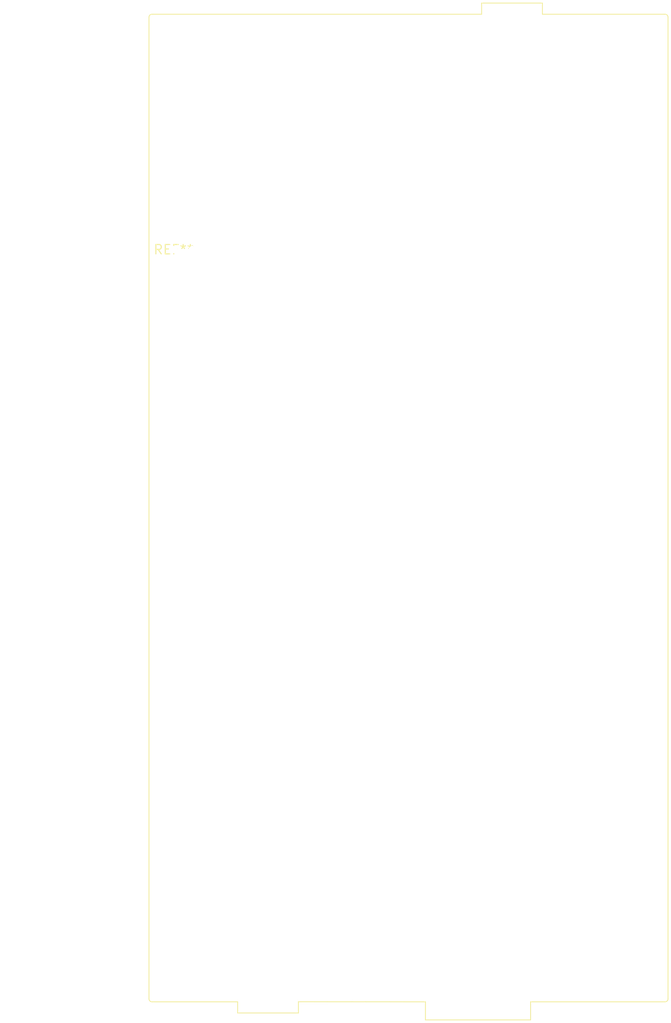
<source format=kicad_pcb>
(kicad_pcb (version 20240108) (generator pcbnew)
  (layers (0 "F.Cu" signal) (31 "B.Cu" signal) (34 "B.Paste" user) (35 "F.Paste" user) (36 "B.SilkS" user "B.Silkscreen") (37 "F.SilkS" user "F.Silkscreen") (38 "B.Mask" user) (39 "F.Mask" user) (44 "Edge.Cuts" user))
  (net 0 "")
  (footprint "ST_Morpho_Connector_144_STLink_MountingHoles" (layer "F.Cu") (at 0 0)
    (property "Reference" "REF**")
    (property "Value" "ST_Morpho_Connector_144_STLink_MountingHoles")
    (fp_line (start -3.35 -31.44) (end -3.35 101.36) (layer "F.SilkS") (stroke (width 0.12)))
    (fp_line (start 8.64 101.76) (end -2.95 101.76) (layer "F.SilkS") (stroke (width 0.12)))
    (fp_line (start 8.64 101.76) (end 8.64 103.27) (layer "F.SilkS") (stroke (width 0.12)))
    (fp_line (start 8.64 103.27) (end 16.86 103.27) (layer "F.SilkS") (stroke (width 0.12)))
    (fp_line (start 16.86 103.27) (end 16.86 101.75) (layer "F.SilkS") (stroke (width 0.12)))
    (fp_line (start 34.04 101.76) (end 16.86 101.75) (layer "F.SilkS") (stroke (width 0.12)))
    (fp_line (start 34.04 104.21) (end 34.04 101.76) (layer "F.SilkS") (stroke (width 0.12)))
    (fp_line (start 41.64 -33.35) (end 49.86 -33.35) (layer "F.SilkS") (stroke (width 0.12)))
    (fp_line (start 41.64 -31.84) (end -2.95 -31.84) (layer "F.SilkS") (stroke (width 0.12)))
    (fp_line (start 41.64 -31.84) (end 41.64 -33.35) (layer "F.SilkS") (stroke (width 0.12)))
    (fp_line (start 48.26 101.76) (end 48.26 104.21) (layer "F.SilkS") (stroke (width 0.12)))
    (fp_line (start 48.26 101.76) (end 66.45 101.76) (layer "F.SilkS") (stroke (width 0.12)))
    (fp_line (start 48.26 104.21) (end 34.04 104.21) (layer "F.SilkS") (stroke (width 0.12)))
    (fp_line (start 49.86 -33.35) (end 49.86 -31.84) (layer "F.SilkS") (stroke (width 0.12)))
    (fp_line (start 49.86 -31.84) (end 66.45 -31.84) (layer "F.SilkS") (stroke (width 0.12)))
    (fp_line (start 66.85 101.36) (end 66.85 -31.44) (layer "F.SilkS") (stroke (width 0.12)))
    (fp_arc (start -3.35 -31.44) (mid -3.232843 -31.722843) (end -2.95 -31.84) (layer "F.SilkS") (stroke (width 0.12)))
    (fp_arc (start -2.95 101.76) (mid -3.232843 101.642843) (end -3.35 101.36) (layer "F.SilkS") (stroke (width 0.12)))
    (fp_arc (start 66.45 -31.84) (mid 66.732843 -31.722843) (end 66.85 -31.44) (layer "F.SilkS") (stroke (width 0.12)))
    (fp_arc (start 66.85 101.36) (mid 66.732843 101.642843) (end 66.45 101.76) (layer "F.SilkS") (stroke (width 0.12)))
    (pad "" np_thru_hole circle (at 7.62 -3.81) (size 3 3) (drill 3) (layers *.Cu *.Mask))
    (pad "" np_thru_hole circle (at 8.89 72.39) (size 3 3) (drill 3) (layers *.Cu *.Mask))
    (pad "" np_thru_hole circle (at 40.55 48.3) (size 3 3) (drill 3) (layers *.Cu *.Mask))
    (pad "" np_thru_hole circle (at 54.6 72.4) (size 3 3) (drill 3) (layers *.Cu *.Mask))
    (pad "" np_thru_hole circle (at 55.9 -2.5) (size 3 3) (drill 3) (layers *.Cu *.Mask))
    (pad "1" thru_hole circle (at 0 0) (size 1.7 1.7) (drill 1) (layers *.Cu *.Mask) (remove_unused_layers))
    (pad "2" thru_hole circle (at 2.54 0) (size 1.7 1.7) (drill 1) (layers *.Cu *.Mask) (remove_unused_layers))
    (pad "3" thru_hole circle (at 0 2.54) (size 1.7 1.7) (drill 1) (layers *.Cu *.Mask) (remove_unused_layers))
    (pad "4" thru_hole circle (at 2.54 2.54) (size 1.7 1.7) (drill 1) (layers *.Cu *.Mask) (remove_unused_layers))
    (pad "5" thru_hole circle (at 0 5.08) (size 1.7 1.7) (drill 1) (layers *.Cu *.Mask) (remove_unused_layers))
    (pad "6" thru_hole circle (at 2.54 5.08) (size 1.7 1.7) (drill 1) (layers *.Cu *.Mask) (remove_unused_layers))
    (pad "7" thru_hole circle (at 0 7.62) (size 1.7 1.7) (drill 1) (layers *.Cu *.Mask) (remove_unused_layers))
    (pad "8" thru_hole circle (at 2.54 7.62) (size 1.7 1.7) (drill 1) (layers *.Cu *.Mask) (remove_unused_layers))
    (pad "9" thru_hole circle (at 0 10.16) (size 1.7 1.7) (drill 1) (layers *.Cu *.Mask) (remove_unused_layers))
    (pad "10" thru_hole circle (at 2.54 10.16) (size 1.7 1.7) (drill 1) (layers *.Cu *.Mask) (remove_unused_layers))
    (pad "11" thru_hole circle (at 0 12.7) (size 1.7 1.7) (drill 1) (layers *.Cu *.Mask) (remove_unused_layers))
    (pad "12" thru_hole circle (at 2.54 12.7) (size 1.7 1.7) (drill 1) (layers *.Cu *.Mask) (remove_unused_layers))
    (pad "13" thru_hole circle (at 0 15.24) (size 1.7 1.7) (drill 1) (layers *.Cu *.Mask) (remove_unused_layers))
    (pad "14" thru_hole circle (at 2.54 15.24) (size 1.7 1.7) (drill 1) (layers *.Cu *.Mask) (remove_unused_layers))
    (pad "15" thru_hole circle (at 0 17.78) (size 1.7 1.7) (drill 1) (layers *.Cu *.Mask) (remove_unused_layers))
    (pad "16" thru_hole circle (at 2.54 17.78) (size 1.7 1.7) (drill 1) (layers *.Cu *.Mask) (remove_unused_layers))
    (pad "17" thru_hole circle (at 0 20.32) (size 1.7 1.7) (drill 1) (layers *.Cu *.Mask) (remove_unused_layers))
    (pad "18" thru_hole circle (at 2.54 20.32) (size 1.7 1.7) (drill 1) (layers *.Cu *.Mask) (remove_unused_layers))
    (pad "19" thru_hole circle (at 0 22.86) (size 1.7 1.7) (drill 1) (layers *.Cu *.Mask) (remove_unused_layers))
    (pad "20" thru_hole circle (at 2.54 22.86) (size 1.7 1.7) (drill 1) (layers *.Cu *.Mask) (remove_unused_layers))
    (pad "21" thru_hole circle (at 0 25.4) (size 1.7 1.7) (drill 1) (layers *.Cu *.Mask) (remove_unused_layers))
    (pad "22" thru_hole circle (at 2.54 25.4) (size 1.7 1.7) (drill 1) (layers *.Cu *.Mask) (remove_unused_layers))
    (pad "23" thru_hole circle (at 0 27.94) (size 1.7 1.7) (drill 1) (layers *.Cu *.Mask) (remove_unused_layers))
    (pad "24" thru_hole circle (at 2.54 27.94) (size 1.7 1.7) (drill 1) (layers *.Cu *.Mask) (remove_unused_layers))
    (pad "25" thru_hole circle (at 0 30.48) (size 1.7 1.7) (drill 1) (layers *.Cu *.Mask) (remove_unused_layers))
    (pad "26" thru_hole circle (at 2.54 30.48) (size 1.7 1.7) (drill 1) (layers *.Cu *.Mask) (remove_unused_layers))
    (pad "27" thru_hole circle (at 0 33.02) (size 1.7 1.7) (drill 1) (layers *.Cu *.Mask) (remove_unused_layers))
    (pad "28" thru_hole circle (at 2.54 33.02) (size 1.7 1.7) (drill 1) (layers *.Cu *.Mask) (remove_unused_layers))
    (pad "29" thru_hole circle (at 0 35.56) (size 1.7 1.7) (drill 1) (layers *.Cu *.Mask) (remove_unused_layers))
    (pad "30" thru_hole circle (at 2.54 35.56) (size 1.7 1.7) (drill 1) (layers *.Cu *.Mask) (remove_unused_layers))
    (pad "31" thru_hole circle (at 0 38.1) (size 1.7 1.7) (drill 1) (layers *.Cu *.Mask) (remove_unused_layers))
    (pad "32" thru_hole circle (at 2.54 38.1) (size 1.7 1.7) (drill 1) (layers *.Cu *.Mask) (remove_unused_layers))
    (pad "33" thru_hole circle (at 0 40.64) (size 1.7 1.7) (drill 1) (layers *.Cu *.Mask) (remove_unused_layers))
    (pad "34" thru_hole circle (at 2.54 40.64) (size 1.7 1.7) (drill 1) (layers *.Cu *.Mask) (remove_unused_layers))
    (pad "35" thru_hole circle (at 0 43.18) (size 1.7 1.7) (drill 1) (layers *.Cu *.Mask) (remove_unused_layers))
    (pad "36" thru_hole circle (at 2.54 43.18) (size 1.7 1.7) (drill 1) (layers *.Cu *.Mask) (remove_unused_layers))
    (pad "37" thru_hole circle (at 0 45.72) (size 1.7 1.7) (drill 1) (layers *.Cu *.Mask) (remove_unused_layers))
    (pad "38" thru_hole circle (at 2.54 45.72) (size 1.7 1.7) (drill 1) (layers *.Cu *.Mask) (remove_unused_layers))
    (pad "39" thru_hole circle (at 0 48.26) (size 1.7 1.7) (drill 1) (layers *.Cu *.Mask) (remove_unused_layers))
    (pad "40" thru_hole circle (at 2.54 48.26) (size 1.7 1.7) (drill 1) (layers *.Cu *.Mask) (remove_unused_layers))
    (pad "41" thru_hole circle (at 0 50.8) (size 1.7 1.7) (drill 1) (layers *.Cu *.Mask) (remove_unused_layers))
    (pad "42" thru_hole circle (at 2.54 50.8) (size 1.7 1.7) (drill 1) (layers *.Cu *.Mask) (remove_unused_layers))
    (pad "43" thru_hole circle (at 0 53.34) (size 1.7 1.7) (drill 1) (layers *.Cu *.Mask) (remove_unused_layers))
    (pad "44" thru_hole circle (at 2.54 53.34) (size 1.7 1.7) (drill 1) (layers *.Cu *.Mask) (remove_unused_layers))
    (pad "45" thru_hole circle (at 0 55.88) (size 1.7 1.7) (drill 1) (layers *.Cu *.Mask) (remove_unused_layers))
    (pad "46" thru_hole circle (at 2.54 55.88) (size 1.7 1.7) (drill 1) (layers *.Cu *.Mask) (remove_unused_layers))
    (pad "47" thru_hole circle (at 0 58.42) (size 1.7 1.7) (drill 1) (layers *.Cu *.Mask) (remove_unused_layers))
    (pad "48" thru_hole circle (at 2.54 58.42) (size 1.7 1.7) (drill 1) (layers *.Cu *.Mask) (remove_unused_layers))
    (pad "49" thru_hole circle (at 0 60.96) (size 1.7 1.7) (drill 1) (layers *.Cu *.Mask) (remove_unused_layers))
    (pad "50" thru_hole circle (at 2.54 60.96) (size 1.7 1.7) (drill 1) (layers *.Cu *.Mask) (remove_unused_layers))
    (pad "51" thru_hole circle (at 0 63.5) (size 1.7 1.7) (drill 1) (layers *.Cu *.Mask) (remove_unused_layers))
    (pad "52" thru_hole circle (at 2.54 63.5) (size 1.7 1.7) (drill 1) (layers *.Cu *.Mask) (remove_unused_layers))
    (pad "53" thru_hole circle (at 0 66.04) (size 1.7 1.7) (drill 1) (layers *.Cu *.Mask) (remove_unused_layers))
    (pad "54" thru_hole circle (at 2.54 66.04) (size 1.7 1.7) (drill 1) (layers *.Cu *.Mask) (remove_unused_layers))
    (pad "55" thru_hole circle (at 0 68.58) (size 1.7 1.7) (drill 1) (layers *.Cu *.Mask) (remove_unused_layers))
    (pad "56" thru_hole circle (at 2.54 68.58) (size 1.7 1.7) (drill 1) (layers *.Cu *.Mask) (remove_unused_layers))
    (pad "57" thru_hole circle (at 0 71.12) (size 1.7 1.7) (drill 1) (layers *.Cu *.Mask) (remove_unused_layers))
    (pad "58" thru_hole circle (at 2.54 71.12) (size 1.7 1.7) (drill 1) (layers *.Cu *.Mask) (remove_unused_layers))
    (pad "59" thru_hole circle (at 0 73.66) (size 1.7 1.7) (drill 1) (layers *.Cu *.Mask) (remove_unused_layers))
    (pad "60" thru_hole circle (at 2.54 73.66) (size 1.7 1.7) (drill 1) (layers *.Cu *.Mask) (remove_unused_layers))
    (pad "61" thru_hole circle (at 0 76.2) (size 1.7 1.7) (drill 1) (layers *.Cu *.Mask) (remove_unused_layers))
    (pad "62" thru_hole circle (at 2.54 76.2) (size 1.7 1.7) (drill 1) (layers *.Cu *.Mask) (remove_unused_layers))
    (pad "63" thru_hole circle (at 0 78.74) (size 1.7 1.7) (drill 1) (layers *.Cu *.Mask) (remove_unused_layers))
    (pad "64" thru_hole circle (at 2.54 78.74) (size 1.7 1.7) (drill 1) (layers *.Cu *.Mask) (remove_unused_layers))
    (pad "65" thru_hole circle (at 0 81.28) (size 1.7 1.7) (drill 1) (layers *.Cu *.Mask) (remove_unused_layers))
    (pad "66" thru_hole circle (at 2.54 81.28) (size 1.7 1.7) (drill 1) (layers *.Cu *.Mask) (remove_unused_layers))
    (pad "67" thru_hole circle (at 0 83.82) (size 1.7 1.7) (drill 1) (layers *.Cu *.Mask) (remove_unused_layers))
    (pad "68" thru_hole circle (at 2.54 83.82) (size 1.7 1.7) (drill 1) (layers *.Cu *.Mask) (remove_unused_layers))
    (pad "69" thru_hole circle (at 0 86.36) (size 1.7 1.7) (drill 1) (layers *.Cu *.Mask) (remove_unused_layers))
    (pad "70" thru_hole circle (at 2.54 86.36) (size 1.7 1.7) (drill 1) (layers *.Cu *.Mask) (remove_unused_layers))
    (pad "71" thru_hole circle (at 0 88.9) (size 1.7 1.7) (drill 1) (layers *.Cu *.Mask) (remove_unused_layers))
    (pad "72" thru_hole circle (at 2.54 88.9) (size 1.7 1.7) (drill 1) (layers *.Cu *.Mask) (remove_unused_layers))
    (pad "73" thru_hole circle (at 60.96 0) (size 1.7 1.7) (drill 1) (layers *.Cu *.Mask) (remove_unused_layers))
    (pad "74" thru_hole circle (at 63.5 0) (size 1.7 1.7) (drill 1) (layers *.Cu *.Mask) (remove_unused_layers))
    (pad "75" thru_hole circle (at 60.96 2.54) (size 1.7 1.7) (drill 1) (layers *.Cu *.Mask) (remove_unused_layers))
    (pad "76" thru_hole circle (at 63.5 2.54) (size 1.7 1.7) (drill 1) (layers *.Cu *.Mask) (remove_unused_layers))
    (pad "77" thru_hole circle (at 60.96 5.08) (size 1.7 1.7) (drill 1) (layers *.Cu *.Mask) (remove_unused_layers))
    (pad "78" thru_hole circle (at 63.5 5.08) (size 1.7 1.7) (drill 1) (layers *.Cu *.Mask) (remove_unused_layers))
    (pad "79" thru_hole circle (at 60.96 7.62) (size 1.7 1.7) (drill 1) (layers *.Cu *.Mask) (remove_unused_layers))
    (pad "80" thru_hole circle (at 63.5 7.62) (size 1.7 1.7) (drill 1) (layers *.Cu *.Mask) (remove_unused_layers))
    (pad "81" thru_hole circle (at 60.96 10.16) (size 1.7 1.7) (drill 1) (layers *.Cu *.Mask) (remove_unused_layers))
    (pad "82" thru_hole circle (at 63.5 10.16) (size 1.7 1.7) (drill 1) (layers *.Cu *.Mask) (remove_unused_layers))
    (pad "83" thru_hole circle (at 60.96 12.7) (size 1.7 1.7) (drill 1) (layers *.Cu *.Mask) (remove_unused_layers))
    (pad "84" thru_hole circle (at 63.5 12.7) (size 1.7 1.7) (drill 1) (layers *.Cu *.Mask) (remove_unused_layers))
    (pad "85" thru_hole circle (at 60.96 15.24) (size 1.7 1.7) (drill 1) (layers *.Cu *.Mask) (remove_unused_layers))
    (pad "86" thru_hole circle (at 63.5 15.24) (size 1.7 1.7) (drill 1) (layers *.Cu *.Mask) (remove_unused_layers))
    (pad "87" thru_hole circle (at 60.96 17.78) (size 1.7 1.7) (drill 1) (layers *.Cu *.Mask) (remove_unused_layers))
    (pad "88" thru_hole circle (at 63.5 17.78) (size 1.7 1.7) (drill 1) (layers *.Cu *.Mask) (remove_unused_layers))
    (pad "89" thru_hole circle (at 60.96 20.32) (size 1.7 1.7) (drill 1) (layers *.Cu *.Mask) (remove_unused_layers))
    (pad "90" thru_hole circle (at 63.5 20.32) (size 1.7 1.7) (drill 1) (layers *.Cu *.Mask) (remove_unused_layers))
    (pad "91" thru_hole circle (at 60.96 22.86) (size 1.7 1.7) (drill 1) (layers *.Cu *.Mask) (remove_unused_layers))
    (pad "92" thru_hole circle (at 63.5 22.86) (size 1.7 1.7) (drill 1) (layers *.Cu *.Mask) (remove_unused_layers))
    (pad "93" thru_hole circle (at 60.96 25.4) (size 1.7 1.7) (drill 1) (layers *.Cu *.Mask) (remove_unused_layers))
    (pad "94" thru_hole circle (at 63.5 25.4) (size 1.7 1.7) (drill 1) (layers *.Cu *.Mask) (remove_unused_layers))
    (pad "95" thru_hole circle (at 60.96 27.94) (size 1.7 1.7) (drill 1) (layers *.Cu *.Mask) (remove_unused_layers))
    (pad "96" thru_hole circle (at 63.5 27.94) (size 1.7 1.7) (drill 1) (layers *.Cu *.Mask) (remove_unused_layers))
    (pad "97" thru_hole circle (at 60.96 30.48) (size 1.7 1.7) (drill 1) (layers *.Cu *.Mask) (remove_unused_layers))
    (pad "98" thru_hole circle (at 63.5 30.48) (size 1.7 1.7) (drill 1) (layers *.Cu *.Mask) (remove_unused_layers))
    (pad "99" thru_hole circle (at 60.96 33.02) (size 1.7 1.7) (drill 1) (layers *.Cu *.Mask) (remove_unused_layers))
    (pad "100" thru_hole circle (at 63.5 33.02) (size 1.7 1.7) (drill 1) (layers *.Cu *.Mask) (remove_unused_layers))
    (pad "101" thru_hole circle (at 60.96 35.56) (size 1.7 1.7) (drill 1) (layers *.Cu *.Mask) (remove_unused_layers))
    (pad "102" thru_hole circle (at 63.5 35.56) (size 1.7 1.7) (drill 1) (layers *.Cu *.Mask) (remove_unused_layers))
    (pad "103" thru_hole circle (at 60.96 38.1) (size 1.7 1.7) (drill 1) (layers *.Cu *.Mask) (remove_unused_layers))
    (pad "104" thru_hole circle (at 63.5 38.1) (size 1.7 1.7) (drill 1) (layers *.Cu *.Mask) (remove_unused_layers))
    (pad "105" thru_hole circle (at 60.96 40.64) (size 1.7 1.7) (drill 1) (layers *.Cu *.Mask) (remove_unused_layers))
    (pad "106" thru_hole circle (at 63.5 40.64) (size 1.7 1.7) (drill 1) (layers *.Cu *.Mask) (remove_unused_layers))
    (pad "107" thru_hole circle (at 60.96 43.18) (size 1.7 1.7) (drill 1) (layers *.Cu *.Mask) (remove_unused_layers))
    (pad "108" thru_hole circle (at 63.5 43.18) (size 1.7 1.7) (drill 1) (layers *.Cu *.Mask) (remove_unused_layers))
    (pad "109" thru_hole circle (at 60.96 45.72) (size 1.7 1.7) (drill 1) (layers *.Cu *.Mask) (remove_unused_layers))
    (pad "110" thru_hole circle (at 63.5 45.72) (size 1.7 1.7) (drill 1) (layers *.Cu *.Mask) (remove_unused_layers))
    (pad "111" thru_hole circle (at 60.96 48.26) (size 1.7 1.7) (drill 1) (layers *.Cu *.Mask) (remove_unused_layers))
    (pad "112" thru_hole circle (at 63.5 48.26) (size 1.7 1.7) (drill 1) (layers *.Cu *.Mask) (remove_unused_layers))
    (pad "113" thru_hole circle (at 60.96 50.8) (size 1.7 1.7) (drill 1) (layers *.Cu *.Mask) (remove_unused_layers))
    (pad "114" thru_hole circle (at 63.5 50.8) (size 1.7 1.7) (drill 1) (layers *.Cu *.Mask) (remove_unused_layers))
    (pad "115" thru_hole circle (at 60.96 53.34) (size 1.7 1.7) (drill 1) (layers *.Cu *.Mask) (remove_unused_layers))
    (pad "116" thru_hole circle (at 63.5 53.34) (size 1.7 1.7) (drill 1) (layers *.Cu *.Mask) (remove_unused_layers))
    (pad "117" thru_hole circle (at 60.96 55.88) (size 1.7 1.7) (drill 1) (layers *.Cu *.Mask) (remove_unused_layers))
    (pad "118" thru_hole circle (at 63.5 55.88) (size 1.7 1.7) (drill 1) (layers *.Cu *.Mask) (remove_unused_layers))
    (pad "119" thru_hole circle (at 60.96 58.42) (size 1.7 1.7) (drill 1) (layers *.Cu *.Mask) (remove_unused_layers))
    (pad "120" thru_hole circle (at 63.5 58.42) (size 1.7 1.7) (drill 1) (layers *.Cu *.Mask) (remove_unused_layers))
    (pad "121" thru_hole circle (at 60.96 60.96) (size 1.7 1.7) (drill 1) (layers *.Cu *.Mask) (remove_unused_layers))
    (pad "122" thru_hole circle (at 63.5 60.96) (size 1.7 1.7) (drill 1) (layers *.Cu *.Mask) (remove_unused_layers))
    (pad "123" thru_hole circle (at 60.96 63.5) (size 1.7 1.7) (drill 1) (layers *.Cu *.Mask) (remove_unused_layers))
    (pad "124" thru_hole circle (at 63.5 63.5) (size 1.7 1.7) (drill 1) (layers *.Cu *.Mask) (remove_unused_layers))
    (pad "125" thru_hole circle (at 60.96 66.04) (size 1.7 1.7) (drill 1) (layers *.Cu *.Mask) (remove_unused_layers))
    (pad "126" thru_hole circle (at 63.5 66.04) (size 1.7 1.7) (drill 1) (layers *.Cu *.Mask) (remove_unused_layers))
    (pad "127" thru_hole circle (at 60.96 68.58) (size 1.7 1.7) (drill 1) (layers *.Cu *.Mask) (remove_unused_layers))
    (pad "128" thru_hole circle (at 63.5 68.58) (size 1.7 1.7) (drill 1) (layers *.Cu *.Mask) (remove_unused_layers))
    (pad "129" thru_hole circle (at 60.96 71.12) (size 1.7 1.7) (drill 1) (layers *.Cu *.Mask) (remove_unused_layers))
    (pad "130" thru_hole circle (at 63.5 71.12) (size 1.7 1.7) (drill 1) (layers *.Cu *.Mask) (remove_unused_layers))
    (pad "131" thru_hole circle (at 60.96 73.66) (size 1.7 1.7) (drill 1) (layers *.Cu *.Mask) (remove_unused_layers))
    (pad "132" thru_hole circle (at 63.5 73.66) (size 1.7 1.7) (drill 1) (layers *.Cu *.Mask) (remove_unused_layers))
    (pad "133" thru_hole circle (at 60.96 76.2) (size 1.7 1.7) (drill 1) (layers *.Cu *.Mask) (remove_unused_layers))
    (pad "134" thru_hole circle (at 63.5 76.2) (size 1.7 1.7) (drill 1) (layers *.Cu *.Mask) (remove_unused_layers))
    (pad "135" thru_hole circle (at 60.96 78.74) (size 1.7 1.7) (drill 1) (layers *.Cu *.Mask) (remove_unused_layers))
    (pad "136" thru_hole circle (at 63.5 78.74) (size 1.7 1.7) (drill 1) (layers *.Cu *.Mask) (remove_unused_layers))
    (pad "137" thru_hole circle (at 60.96 81.28) (size 1.7 1.7) (drill 1) (layers *.Cu *.Mask) (remove_unused_layers))
    (pad "138" thru_hole circle (at 63.5 81.28) (size 1.7 1.7) (drill 1) (layers *.Cu *.Mask) (remove_unused_layers))
    (pad "139" thru_hole circle (at 60.96 83.82) (size 1.7 1.7) (drill 1) (layers *.Cu *.Mask) (remove_unused_layers))
    (pad "140" thru_hole circle (at 63.5 83.82) (size 1.7 1.7) (drill 1) (layers *.Cu *.Mask) (remove_unused_layers))
    (pad "141" thru_hole circle (at 60.96 86.36) (size 1.7 1.7) (drill 1) (layers *.Cu *.Mask) (remove_unused_layers))
    (pad "142" thru_hole circle (at 63.5 86.36) (size 1.7 1.7) (drill 1) (layers *.Cu *.Mask) (remove_unused_layers))
    (pad "143" thru_hole circle (at 60.96 88.9) (size 1.7 1.7) (drill 1) (layers *.Cu *.Mask) (remove_unused_layers))
    (pad "144" thru_hole circle (at 63.5 88.9) (size 1.7 1.7) (drill 1) (layers *.Cu *.Mask) (remove_unused_layers))
    (pad "145" thru_hole circle (at 0 -27.94) (size 1.7 1.7) (drill 1) (layers *.Cu *.Mask) (remove_unused_layers))
    (pad "146" thru_hole circle (at 0 -25.4) (size 1.7 1.7) (drill 1) (layers *.Cu *.Mask) (remove_unused_layers))
    (pad "147" thru_hole circle (at 63.5 -27.94) (size 1.7 1.7) (drill 1) (layers *.Cu *.Mask) (remove_unused_layers))
    (pad "148" thru_hole circle (at 63.5 -25.4) (size 1.7 1.7) (drill 1) (layers *.Cu *.Mask) (remove_unused_layers))
  )
)
</source>
